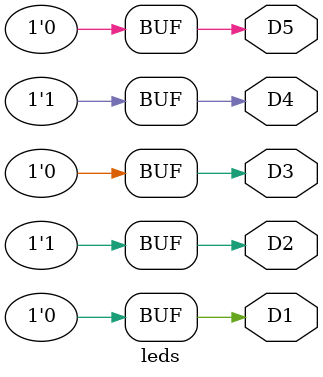
<source format=v>

module leds(output wire D1,
            output wire D2,
            output wire D3,
            output wire D4,
            output wire D5);

assign D1 = 1'b0;
assign D2 = 1'b1;
assign D3 = 1'b0;
assign D4 = 1'b1;
assign D5 = 1'b0;

endmodule

</source>
